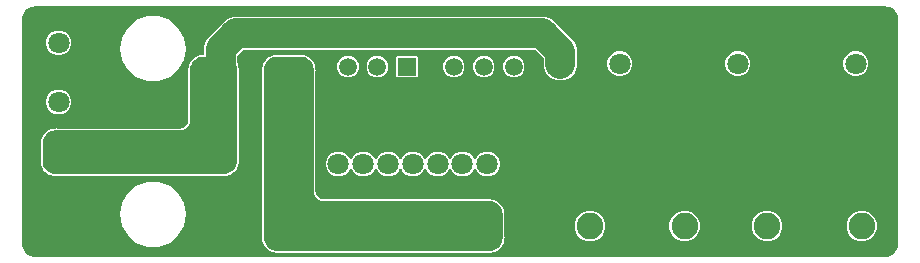
<source format=gbr>
G04 EAGLE Gerber RS-274X export*
G75*
%MOMM*%
%FSLAX34Y34*%
%LPD*%
%INBottom Copper*%
%IPPOS*%
%AMOC8*
5,1,8,0,0,1.08239X$1,22.5*%
G01*
%ADD10R,1.800000X1.800000*%
%ADD11C,1.800000*%
%ADD12C,2.250000*%
%ADD13R,1.508000X1.508000*%
%ADD14C,1.508000*%
%ADD15C,2.500000*%

G36*
X735046Y-105993D02*
X735046Y-105993D01*
X735087Y-105995D01*
X736824Y-105844D01*
X736918Y-105822D01*
X736995Y-105813D01*
X738679Y-105362D01*
X738768Y-105324D01*
X738843Y-105303D01*
X740422Y-104566D01*
X740503Y-104513D01*
X740573Y-104479D01*
X742001Y-103479D01*
X742072Y-103413D01*
X742134Y-103367D01*
X743367Y-102134D01*
X743425Y-102057D01*
X743479Y-102001D01*
X744479Y-100573D01*
X744518Y-100495D01*
X744563Y-100428D01*
X744563Y-100427D01*
X744566Y-100422D01*
X745303Y-98843D01*
X745331Y-98750D01*
X745362Y-98679D01*
X745813Y-96995D01*
X745825Y-96899D01*
X745844Y-96824D01*
X745995Y-95087D01*
X745993Y-95041D01*
X745999Y-95000D01*
X745999Y95000D01*
X745993Y95046D01*
X745995Y95087D01*
X745844Y96824D01*
X745822Y96918D01*
X745813Y96995D01*
X745362Y98679D01*
X745324Y98768D01*
X745303Y98843D01*
X744566Y100422D01*
X744513Y100503D01*
X744479Y100573D01*
X743479Y102001D01*
X743413Y102072D01*
X743367Y102134D01*
X742134Y103367D01*
X742057Y103425D01*
X742001Y103479D01*
X740573Y104479D01*
X740487Y104523D01*
X740422Y104566D01*
X738843Y105303D01*
X738750Y105331D01*
X738679Y105362D01*
X736995Y105813D01*
X736899Y105825D01*
X736824Y105844D01*
X735087Y105995D01*
X735041Y105993D01*
X735000Y105999D01*
X15000Y105999D01*
X14954Y105993D01*
X14913Y105995D01*
X13176Y105844D01*
X13082Y105822D01*
X13005Y105813D01*
X11321Y105362D01*
X11232Y105324D01*
X11158Y105303D01*
X9578Y104566D01*
X9497Y104513D01*
X9427Y104479D01*
X7999Y103479D01*
X7928Y103413D01*
X7866Y103367D01*
X6633Y102134D01*
X6575Y102057D01*
X6521Y102001D01*
X5521Y100573D01*
X5477Y100487D01*
X5434Y100422D01*
X5363Y100270D01*
X4897Y99271D01*
X4697Y98843D01*
X4669Y98750D01*
X4638Y98679D01*
X4187Y96995D01*
X4175Y96899D01*
X4157Y96824D01*
X4005Y95087D01*
X4007Y95041D01*
X4001Y95000D01*
X4001Y-95000D01*
X4007Y-95046D01*
X4005Y-95087D01*
X4157Y-96824D01*
X4178Y-96918D01*
X4187Y-96995D01*
X4638Y-98679D01*
X4676Y-98768D01*
X4697Y-98843D01*
X5434Y-100422D01*
X5487Y-100503D01*
X5521Y-100573D01*
X6521Y-102001D01*
X6587Y-102072D01*
X6633Y-102134D01*
X7866Y-103367D01*
X7943Y-103425D01*
X7999Y-103479D01*
X9427Y-104479D01*
X9513Y-104523D01*
X9578Y-104566D01*
X11158Y-105303D01*
X11250Y-105331D01*
X11321Y-105362D01*
X13005Y-105813D01*
X13101Y-105825D01*
X13176Y-105844D01*
X14913Y-105995D01*
X14959Y-105993D01*
X15000Y-105999D01*
X735000Y-105999D01*
X735046Y-105993D01*
G37*
%LPC*%
G36*
X32433Y-37529D02*
X32433Y-37529D01*
X32387Y-37531D01*
X32346Y-37525D01*
X31445Y-37525D01*
X31339Y-37540D01*
X31233Y-37548D01*
X31202Y-37559D01*
X31165Y-37565D01*
X31159Y-37568D01*
X30408Y-37367D01*
X30312Y-37355D01*
X30236Y-37336D01*
X29308Y-37255D01*
X29268Y-37236D01*
X29237Y-37231D01*
X29208Y-37219D01*
X29143Y-37212D01*
X28292Y-36815D01*
X28200Y-36787D01*
X28128Y-36756D01*
X27229Y-36515D01*
X27192Y-36489D01*
X27162Y-36478D01*
X27135Y-36461D01*
X27073Y-36444D01*
X26304Y-35905D01*
X26218Y-35861D01*
X26154Y-35818D01*
X25309Y-35424D01*
X25278Y-35392D01*
X25250Y-35377D01*
X25227Y-35356D01*
X25169Y-35327D01*
X24505Y-34664D01*
X24428Y-34606D01*
X24371Y-34552D01*
X23608Y-34017D01*
X23583Y-33981D01*
X23558Y-33960D01*
X23539Y-33935D01*
X23487Y-33897D01*
X22948Y-33129D01*
X22882Y-33058D01*
X22836Y-32995D01*
X22177Y-32336D01*
X22159Y-32295D01*
X22138Y-32271D01*
X22124Y-32244D01*
X22079Y-32197D01*
X21682Y-31346D01*
X21629Y-31265D01*
X21595Y-31196D01*
X21060Y-30432D01*
X21049Y-30389D01*
X21033Y-30362D01*
X21023Y-30332D01*
X20987Y-30278D01*
X20744Y-29371D01*
X20706Y-29283D01*
X20685Y-29208D01*
X20291Y-28363D01*
X20287Y-28318D01*
X20276Y-28289D01*
X20272Y-28258D01*
X20246Y-28199D01*
X20164Y-27264D01*
X20142Y-27169D01*
X20133Y-27092D01*
X19931Y-26337D01*
X19933Y-26328D01*
X19947Y-26293D01*
X19951Y-26245D01*
X19961Y-26213D01*
X19962Y-26140D01*
X19975Y-26055D01*
X19975Y-25154D01*
X19969Y-25108D01*
X19971Y-25067D01*
X19889Y-24123D01*
X19890Y-24120D01*
X19905Y-24069D01*
X19928Y-24022D01*
X19940Y-23944D01*
X19967Y-23849D01*
X19966Y-23777D01*
X19975Y-23717D01*
X19975Y-11283D01*
X19968Y-11230D01*
X19970Y-11178D01*
X19948Y-11091D01*
X19935Y-11003D01*
X19914Y-10955D01*
X19901Y-10904D01*
X19888Y-10883D01*
X19971Y-9933D01*
X19969Y-9887D01*
X19975Y-9846D01*
X19975Y-8945D01*
X19960Y-8839D01*
X19952Y-8733D01*
X19941Y-8702D01*
X19935Y-8665D01*
X19932Y-8659D01*
X20133Y-7908D01*
X20145Y-7812D01*
X20164Y-7736D01*
X20245Y-6808D01*
X20264Y-6768D01*
X20269Y-6737D01*
X20281Y-6708D01*
X20288Y-6643D01*
X20355Y-6498D01*
X20685Y-5792D01*
X20713Y-5700D01*
X20744Y-5629D01*
X20985Y-4728D01*
X21012Y-4692D01*
X21022Y-4662D01*
X21039Y-4636D01*
X21056Y-4573D01*
X21595Y-3804D01*
X21639Y-3718D01*
X21682Y-3654D01*
X21753Y-3501D01*
X21753Y-3500D01*
X22076Y-2809D01*
X22108Y-2778D01*
X22123Y-2750D01*
X22144Y-2727D01*
X22173Y-2669D01*
X22836Y-2005D01*
X22894Y-1928D01*
X22948Y-1871D01*
X23483Y-1108D01*
X23520Y-1083D01*
X23540Y-1058D01*
X23564Y-1039D01*
X23602Y-987D01*
X24371Y-448D01*
X24442Y-382D01*
X24505Y-336D01*
X25164Y323D01*
X25205Y341D01*
X25229Y362D01*
X25256Y376D01*
X25303Y421D01*
X26154Y818D01*
X26235Y871D01*
X26304Y905D01*
X27068Y1440D01*
X27111Y1451D01*
X27138Y1467D01*
X27168Y1477D01*
X27222Y1513D01*
X28128Y1756D01*
X28217Y1794D01*
X28292Y1815D01*
X29137Y2209D01*
X29182Y2213D01*
X29211Y2224D01*
X29242Y2228D01*
X29301Y2254D01*
X30236Y2336D01*
X30331Y2358D01*
X30408Y2367D01*
X31163Y2569D01*
X31172Y2567D01*
X31207Y2553D01*
X31354Y2539D01*
X31445Y2525D01*
X32346Y2525D01*
X32392Y2531D01*
X32433Y2529D01*
X33377Y2611D01*
X33380Y2610D01*
X33431Y2595D01*
X33478Y2572D01*
X33556Y2560D01*
X33651Y2533D01*
X33723Y2534D01*
X33783Y2525D01*
X137346Y2525D01*
X137392Y2531D01*
X137433Y2529D01*
X138709Y2640D01*
X138804Y2662D01*
X138881Y2670D01*
X139969Y2962D01*
X140058Y3000D01*
X140133Y3022D01*
X141154Y3498D01*
X141235Y3551D01*
X141304Y3585D01*
X142227Y4231D01*
X142298Y4297D01*
X142361Y4343D01*
X143157Y5139D01*
X143215Y5217D01*
X143269Y5273D01*
X143915Y6196D01*
X143959Y6282D01*
X144002Y6346D01*
X144070Y6492D01*
X144478Y7367D01*
X144507Y7460D01*
X144538Y7531D01*
X144830Y8619D01*
X144841Y8715D01*
X144842Y8717D01*
X144855Y8760D01*
X144855Y8771D01*
X144860Y8791D01*
X144971Y10067D01*
X144969Y10113D01*
X144975Y10154D01*
X144975Y51217D01*
X144968Y51270D01*
X144970Y51322D01*
X144948Y51409D01*
X144935Y51497D01*
X144914Y51545D01*
X144901Y51596D01*
X144888Y51617D01*
X144971Y52567D01*
X144969Y52613D01*
X144975Y52654D01*
X144975Y53555D01*
X144960Y53661D01*
X144952Y53767D01*
X144941Y53798D01*
X144935Y53835D01*
X144932Y53841D01*
X145133Y54592D01*
X145144Y54680D01*
X145158Y54726D01*
X145158Y54742D01*
X145164Y54764D01*
X145245Y55692D01*
X145264Y55732D01*
X145269Y55763D01*
X145281Y55792D01*
X145288Y55857D01*
X145566Y56455D01*
X145567Y56455D01*
X145685Y56708D01*
X145713Y56800D01*
X145744Y56872D01*
X145985Y57772D01*
X146012Y57808D01*
X146022Y57838D01*
X146039Y57864D01*
X146056Y57927D01*
X146595Y58696D01*
X146639Y58782D01*
X146682Y58846D01*
X146964Y59452D01*
X146965Y59453D01*
X147076Y59691D01*
X147108Y59722D01*
X147123Y59750D01*
X147144Y59773D01*
X147173Y59831D01*
X147836Y60495D01*
X147894Y60572D01*
X147948Y60629D01*
X148483Y61392D01*
X148520Y61417D01*
X148540Y61442D01*
X148565Y61461D01*
X148603Y61513D01*
X149371Y62052D01*
X149442Y62118D01*
X149505Y62164D01*
X150164Y62823D01*
X150205Y62841D01*
X150229Y62862D01*
X150256Y62876D01*
X150303Y62921D01*
X151154Y63318D01*
X151235Y63371D01*
X151304Y63405D01*
X152068Y63940D01*
X152111Y63951D01*
X152138Y63967D01*
X152168Y63977D01*
X152222Y64013D01*
X153128Y64256D01*
X153217Y64294D01*
X153292Y64315D01*
X154137Y64709D01*
X154182Y64713D01*
X154211Y64724D01*
X154242Y64728D01*
X154301Y64754D01*
X155236Y64836D01*
X155331Y64858D01*
X155408Y64867D01*
X156163Y65069D01*
X156172Y65067D01*
X156207Y65053D01*
X156354Y65039D01*
X156445Y65025D01*
X157346Y65025D01*
X157392Y65031D01*
X157433Y65029D01*
X157563Y65040D01*
X157583Y65045D01*
X157604Y65044D01*
X157720Y65076D01*
X157838Y65104D01*
X157856Y65114D01*
X157876Y65119D01*
X157978Y65183D01*
X158084Y65242D01*
X158098Y65257D01*
X158116Y65268D01*
X158196Y65357D01*
X158281Y65443D01*
X158291Y65462D01*
X158305Y65477D01*
X158357Y65585D01*
X158414Y65692D01*
X158419Y65712D01*
X158428Y65731D01*
X158442Y65821D01*
X158473Y65968D01*
X158470Y66004D01*
X158475Y66035D01*
X158475Y72790D01*
X160610Y77944D01*
X177580Y94914D01*
X182734Y97049D01*
X447266Y97049D01*
X452420Y94914D01*
X471890Y75444D01*
X474025Y70290D01*
X474025Y54710D01*
X471890Y49556D01*
X467944Y45610D01*
X462790Y43475D01*
X457210Y43475D01*
X452056Y45610D01*
X448110Y49556D01*
X445975Y54710D01*
X445975Y61277D01*
X445962Y61372D01*
X445957Y61468D01*
X445942Y61511D01*
X445935Y61556D01*
X445896Y61644D01*
X445864Y61734D01*
X445839Y61769D01*
X445819Y61813D01*
X445736Y61910D01*
X445683Y61983D01*
X438959Y68707D01*
X438883Y68764D01*
X438811Y68829D01*
X438770Y68849D01*
X438734Y68876D01*
X438644Y68910D01*
X438557Y68952D01*
X438515Y68958D01*
X438470Y68975D01*
X438342Y68985D01*
X438253Y68999D01*
X191747Y68999D01*
X191652Y68986D01*
X191556Y68981D01*
X191513Y68966D01*
X191468Y68959D01*
X191380Y68920D01*
X191290Y68888D01*
X191255Y68863D01*
X191211Y68843D01*
X191114Y68760D01*
X191041Y68707D01*
X186817Y64483D01*
X186760Y64407D01*
X186695Y64335D01*
X186675Y64294D01*
X186648Y64258D01*
X186614Y64168D01*
X186572Y64081D01*
X186566Y64039D01*
X186549Y63994D01*
X186539Y63866D01*
X186525Y63777D01*
X186525Y57866D01*
X186534Y57803D01*
X186533Y57750D01*
X186550Y57688D01*
X186550Y57687D01*
X186559Y57607D01*
X186756Y56871D01*
X186794Y56782D01*
X186815Y56708D01*
X187209Y55863D01*
X187213Y55818D01*
X187224Y55789D01*
X187228Y55758D01*
X187254Y55699D01*
X187336Y54764D01*
X187338Y54755D01*
X187338Y54752D01*
X187343Y54733D01*
X187358Y54669D01*
X187367Y54592D01*
X187569Y53837D01*
X187567Y53828D01*
X187553Y53793D01*
X187539Y53646D01*
X187525Y53555D01*
X187525Y52654D01*
X187531Y52608D01*
X187529Y52567D01*
X187611Y51623D01*
X187610Y51620D01*
X187595Y51569D01*
X187572Y51522D01*
X187560Y51444D01*
X187533Y51349D01*
X187534Y51277D01*
X187525Y51217D01*
X187525Y-23717D01*
X187532Y-23770D01*
X187530Y-23822D01*
X187552Y-23909D01*
X187565Y-23997D01*
X187586Y-24045D01*
X187599Y-24096D01*
X187612Y-24117D01*
X187529Y-25067D01*
X187531Y-25113D01*
X187525Y-25154D01*
X187525Y-26055D01*
X187536Y-26134D01*
X187535Y-26187D01*
X187544Y-26219D01*
X187548Y-26267D01*
X187559Y-26298D01*
X187565Y-26335D01*
X187568Y-26341D01*
X187367Y-27092D01*
X187355Y-27188D01*
X187336Y-27264D01*
X187255Y-28192D01*
X187236Y-28232D01*
X187231Y-28263D01*
X187219Y-28292D01*
X187212Y-28357D01*
X187083Y-28633D01*
X186815Y-29208D01*
X186787Y-29300D01*
X186756Y-29372D01*
X186515Y-30272D01*
X186488Y-30308D01*
X186478Y-30338D01*
X186461Y-30364D01*
X186444Y-30427D01*
X185905Y-31196D01*
X185861Y-31282D01*
X185818Y-31346D01*
X185686Y-31631D01*
X185685Y-31631D01*
X185424Y-32191D01*
X185392Y-32222D01*
X185377Y-32250D01*
X185356Y-32273D01*
X185327Y-32331D01*
X184664Y-32995D01*
X184606Y-33072D01*
X184552Y-33129D01*
X184017Y-33892D01*
X183980Y-33917D01*
X183960Y-33942D01*
X183936Y-33961D01*
X183898Y-34013D01*
X183129Y-34552D01*
X183058Y-34618D01*
X182995Y-34664D01*
X182336Y-35323D01*
X182295Y-35341D01*
X182271Y-35362D01*
X182244Y-35376D01*
X182197Y-35421D01*
X181346Y-35818D01*
X181265Y-35871D01*
X181196Y-35905D01*
X180432Y-36440D01*
X180389Y-36451D01*
X180362Y-36467D01*
X180332Y-36477D01*
X180278Y-36513D01*
X179372Y-36756D01*
X179283Y-36794D01*
X179208Y-36815D01*
X178363Y-37209D01*
X178318Y-37213D01*
X178289Y-37224D01*
X178258Y-37228D01*
X178199Y-37254D01*
X177264Y-37336D01*
X177169Y-37358D01*
X177092Y-37367D01*
X176337Y-37569D01*
X176328Y-37567D01*
X176293Y-37553D01*
X176146Y-37539D01*
X176055Y-37525D01*
X175154Y-37525D01*
X175108Y-37531D01*
X175067Y-37529D01*
X174123Y-37611D01*
X174120Y-37610D01*
X174069Y-37595D01*
X174022Y-37572D01*
X173944Y-37560D01*
X173849Y-37533D01*
X173777Y-37534D01*
X173717Y-37525D01*
X33783Y-37525D01*
X33730Y-37532D01*
X33678Y-37530D01*
X33591Y-37552D01*
X33503Y-37565D01*
X33455Y-37586D01*
X33404Y-37599D01*
X33383Y-37612D01*
X32433Y-37529D01*
G37*
%LPD*%
%LPC*%
G36*
X219933Y-102529D02*
X219933Y-102529D01*
X219887Y-102531D01*
X219846Y-102525D01*
X218945Y-102525D01*
X218839Y-102540D01*
X218733Y-102547D01*
X218702Y-102559D01*
X218665Y-102565D01*
X218659Y-102568D01*
X217908Y-102367D01*
X217812Y-102355D01*
X217736Y-102336D01*
X216808Y-102255D01*
X216768Y-102236D01*
X216737Y-102231D01*
X216708Y-102219D01*
X216643Y-102212D01*
X215792Y-101815D01*
X215700Y-101787D01*
X215629Y-101756D01*
X214728Y-101515D01*
X214692Y-101488D01*
X214662Y-101478D01*
X214636Y-101461D01*
X214573Y-101444D01*
X213804Y-100905D01*
X213718Y-100861D01*
X213654Y-100818D01*
X212809Y-100424D01*
X212778Y-100392D01*
X212750Y-100377D01*
X212727Y-100356D01*
X212669Y-100327D01*
X212005Y-99664D01*
X211928Y-99606D01*
X211871Y-99552D01*
X211108Y-99017D01*
X211083Y-98980D01*
X211058Y-98960D01*
X211039Y-98936D01*
X210987Y-98898D01*
X210448Y-98129D01*
X210382Y-98058D01*
X210336Y-97995D01*
X209677Y-97336D01*
X209659Y-97295D01*
X209638Y-97271D01*
X209624Y-97244D01*
X209579Y-97197D01*
X209182Y-96346D01*
X209129Y-96265D01*
X209095Y-96196D01*
X208560Y-95432D01*
X208549Y-95389D01*
X208533Y-95362D01*
X208523Y-95332D01*
X208487Y-95278D01*
X208244Y-94372D01*
X208206Y-94283D01*
X208185Y-94208D01*
X207791Y-93363D01*
X207787Y-93318D01*
X207776Y-93289D01*
X207772Y-93258D01*
X207746Y-93199D01*
X207664Y-92264D01*
X207642Y-92169D01*
X207633Y-92092D01*
X207431Y-91337D01*
X207433Y-91328D01*
X207447Y-91293D01*
X207457Y-91184D01*
X207463Y-91165D01*
X207464Y-91129D01*
X207475Y-91055D01*
X207475Y-90154D01*
X207469Y-90108D01*
X207471Y-90067D01*
X207389Y-89123D01*
X207390Y-89120D01*
X207405Y-89069D01*
X207428Y-89022D01*
X207440Y-88944D01*
X207467Y-88849D01*
X207466Y-88777D01*
X207475Y-88717D01*
X207475Y51217D01*
X207468Y51270D01*
X207470Y51322D01*
X207448Y51409D01*
X207435Y51497D01*
X207414Y51545D01*
X207401Y51596D01*
X207388Y51617D01*
X207471Y52567D01*
X207469Y52613D01*
X207475Y52654D01*
X207475Y53555D01*
X207460Y53661D01*
X207452Y53767D01*
X207441Y53798D01*
X207435Y53835D01*
X207432Y53841D01*
X207633Y54592D01*
X207644Y54680D01*
X207658Y54726D01*
X207658Y54742D01*
X207664Y54764D01*
X207745Y55692D01*
X207764Y55732D01*
X207769Y55763D01*
X207781Y55792D01*
X207788Y55857D01*
X208066Y56455D01*
X208067Y56455D01*
X208185Y56708D01*
X208213Y56800D01*
X208244Y56872D01*
X208485Y57772D01*
X208512Y57808D01*
X208522Y57838D01*
X208539Y57864D01*
X208556Y57927D01*
X209095Y58696D01*
X209139Y58782D01*
X209182Y58846D01*
X209464Y59452D01*
X209465Y59453D01*
X209576Y59691D01*
X209608Y59722D01*
X209623Y59750D01*
X209644Y59773D01*
X209673Y59831D01*
X210336Y60495D01*
X210394Y60572D01*
X210448Y60629D01*
X210983Y61392D01*
X211020Y61417D01*
X211040Y61442D01*
X211064Y61461D01*
X211102Y61513D01*
X211871Y62052D01*
X211942Y62118D01*
X212005Y62164D01*
X212664Y62823D01*
X212705Y62841D01*
X212729Y62862D01*
X212756Y62876D01*
X212803Y62921D01*
X213654Y63318D01*
X213735Y63371D01*
X213804Y63405D01*
X214568Y63940D01*
X214611Y63951D01*
X214638Y63967D01*
X214668Y63977D01*
X214722Y64013D01*
X215628Y64256D01*
X215717Y64294D01*
X215792Y64315D01*
X216637Y64709D01*
X216682Y64713D01*
X216711Y64724D01*
X216742Y64728D01*
X216801Y64754D01*
X217736Y64836D01*
X217831Y64858D01*
X217908Y64867D01*
X218663Y65069D01*
X218672Y65067D01*
X218707Y65053D01*
X218854Y65039D01*
X218945Y65025D01*
X219846Y65025D01*
X219892Y65031D01*
X219933Y65029D01*
X220877Y65111D01*
X220880Y65110D01*
X220931Y65095D01*
X220978Y65072D01*
X221056Y65060D01*
X221151Y65033D01*
X221223Y65034D01*
X221283Y65025D01*
X238717Y65025D01*
X238770Y65032D01*
X238822Y65030D01*
X238909Y65052D01*
X238997Y65065D01*
X239045Y65086D01*
X239096Y65099D01*
X239117Y65112D01*
X240067Y65029D01*
X240113Y65031D01*
X240154Y65025D01*
X241055Y65025D01*
X241161Y65040D01*
X241267Y65048D01*
X241298Y65059D01*
X241335Y65065D01*
X241341Y65068D01*
X242092Y64867D01*
X242188Y64855D01*
X242264Y64836D01*
X243192Y64755D01*
X243232Y64736D01*
X243263Y64731D01*
X243292Y64719D01*
X243357Y64712D01*
X244208Y64315D01*
X244300Y64287D01*
X244372Y64256D01*
X245271Y64015D01*
X245308Y63989D01*
X245338Y63978D01*
X245365Y63961D01*
X245427Y63944D01*
X246196Y63405D01*
X246282Y63361D01*
X246346Y63318D01*
X247191Y62924D01*
X247222Y62892D01*
X247250Y62877D01*
X247273Y62856D01*
X247331Y62827D01*
X247995Y62164D01*
X248072Y62106D01*
X248129Y62052D01*
X248892Y61517D01*
X248917Y61481D01*
X248942Y61460D01*
X248961Y61435D01*
X249013Y61397D01*
X249552Y60629D01*
X249618Y60558D01*
X249664Y60495D01*
X250323Y59836D01*
X250341Y59795D01*
X250362Y59771D01*
X250376Y59744D01*
X250421Y59697D01*
X250818Y58846D01*
X250871Y58765D01*
X250905Y58696D01*
X251440Y57932D01*
X251451Y57889D01*
X251467Y57862D01*
X251477Y57832D01*
X251513Y57778D01*
X251756Y56872D01*
X251794Y56783D01*
X251815Y56708D01*
X252209Y55863D01*
X252213Y55818D01*
X252224Y55789D01*
X252228Y55758D01*
X252254Y55699D01*
X252336Y54764D01*
X252338Y54755D01*
X252338Y54752D01*
X252343Y54734D01*
X252358Y54669D01*
X252367Y54592D01*
X252569Y53837D01*
X252567Y53828D01*
X252553Y53793D01*
X252539Y53646D01*
X252525Y53555D01*
X252525Y52654D01*
X252531Y52608D01*
X252529Y52567D01*
X252611Y51623D01*
X252610Y51620D01*
X252595Y51569D01*
X252572Y51522D01*
X252560Y51444D01*
X252533Y51349D01*
X252534Y51277D01*
X252525Y51217D01*
X252525Y-49846D01*
X252531Y-49892D01*
X252529Y-49933D01*
X252640Y-51209D01*
X252662Y-51304D01*
X252670Y-51381D01*
X252962Y-52469D01*
X253000Y-52558D01*
X253022Y-52633D01*
X253498Y-53654D01*
X253551Y-53735D01*
X253585Y-53804D01*
X254231Y-54727D01*
X254297Y-54798D01*
X254343Y-54861D01*
X255139Y-55657D01*
X255217Y-55715D01*
X255273Y-55769D01*
X256196Y-56415D01*
X256282Y-56459D01*
X256346Y-56502D01*
X257367Y-56978D01*
X257460Y-57007D01*
X257531Y-57038D01*
X258619Y-57330D01*
X258715Y-57341D01*
X258791Y-57360D01*
X260067Y-57471D01*
X260113Y-57469D01*
X260154Y-57475D01*
X398717Y-57475D01*
X398770Y-57468D01*
X398822Y-57470D01*
X398909Y-57448D01*
X398997Y-57435D01*
X399045Y-57414D01*
X399096Y-57401D01*
X399117Y-57388D01*
X400067Y-57471D01*
X400113Y-57469D01*
X400154Y-57475D01*
X401055Y-57475D01*
X401161Y-57460D01*
X401267Y-57452D01*
X401298Y-57441D01*
X401335Y-57435D01*
X401341Y-57432D01*
X402092Y-57633D01*
X402188Y-57645D01*
X402264Y-57664D01*
X403192Y-57745D01*
X403232Y-57764D01*
X403263Y-57769D01*
X403292Y-57781D01*
X403357Y-57788D01*
X404208Y-58185D01*
X404300Y-58213D01*
X404372Y-58244D01*
X405272Y-58485D01*
X405308Y-58512D01*
X405338Y-58522D01*
X405364Y-58539D01*
X405427Y-58556D01*
X406196Y-59095D01*
X406282Y-59139D01*
X406346Y-59182D01*
X407191Y-59576D01*
X407222Y-59608D01*
X407250Y-59623D01*
X407273Y-59644D01*
X407331Y-59673D01*
X407995Y-60336D01*
X408072Y-60394D01*
X408129Y-60448D01*
X408892Y-60983D01*
X408917Y-61020D01*
X408942Y-61040D01*
X408961Y-61064D01*
X409013Y-61102D01*
X409552Y-61871D01*
X409618Y-61942D01*
X409664Y-62005D01*
X410323Y-62664D01*
X410341Y-62705D01*
X410362Y-62729D01*
X410376Y-62756D01*
X410421Y-62803D01*
X410818Y-63654D01*
X410871Y-63735D01*
X410905Y-63804D01*
X411440Y-64568D01*
X411451Y-64611D01*
X411467Y-64638D01*
X411477Y-64668D01*
X411513Y-64722D01*
X411756Y-65628D01*
X411794Y-65717D01*
X411815Y-65792D01*
X412209Y-66637D01*
X412213Y-66682D01*
X412224Y-66711D01*
X412228Y-66742D01*
X412254Y-66801D01*
X412336Y-67736D01*
X412358Y-67831D01*
X412367Y-67908D01*
X412569Y-68663D01*
X412567Y-68672D01*
X412553Y-68707D01*
X412539Y-68854D01*
X412525Y-68945D01*
X412525Y-69846D01*
X412531Y-69892D01*
X412529Y-69933D01*
X412611Y-70877D01*
X412610Y-70880D01*
X412595Y-70931D01*
X412572Y-70978D01*
X412560Y-71056D01*
X412533Y-71151D01*
X412534Y-71223D01*
X412525Y-71283D01*
X412525Y-88717D01*
X412532Y-88770D01*
X412530Y-88822D01*
X412552Y-88909D01*
X412565Y-88997D01*
X412586Y-89045D01*
X412599Y-89096D01*
X412612Y-89117D01*
X412529Y-90067D01*
X412531Y-90113D01*
X412525Y-90154D01*
X412525Y-91055D01*
X412533Y-91115D01*
X412533Y-91138D01*
X412540Y-91164D01*
X412548Y-91267D01*
X412559Y-91298D01*
X412565Y-91335D01*
X412568Y-91341D01*
X412367Y-92092D01*
X412355Y-92188D01*
X412336Y-92264D01*
X412255Y-93192D01*
X412236Y-93232D01*
X412231Y-93263D01*
X412219Y-93292D01*
X412212Y-93357D01*
X412106Y-93584D01*
X412106Y-93585D01*
X411815Y-94208D01*
X411787Y-94300D01*
X411756Y-94372D01*
X411515Y-95272D01*
X411488Y-95308D01*
X411478Y-95338D01*
X411461Y-95364D01*
X411444Y-95427D01*
X410905Y-96196D01*
X410861Y-96282D01*
X410818Y-96346D01*
X410708Y-96582D01*
X410424Y-97191D01*
X410392Y-97222D01*
X410377Y-97250D01*
X410356Y-97273D01*
X410327Y-97331D01*
X409664Y-97995D01*
X409606Y-98072D01*
X409552Y-98129D01*
X409017Y-98892D01*
X408980Y-98917D01*
X408960Y-98942D01*
X408936Y-98961D01*
X408898Y-99013D01*
X408129Y-99552D01*
X408058Y-99618D01*
X407995Y-99664D01*
X407336Y-100323D01*
X407295Y-100341D01*
X407271Y-100362D01*
X407244Y-100376D01*
X407197Y-100421D01*
X406346Y-100818D01*
X406265Y-100871D01*
X406196Y-100905D01*
X405432Y-101440D01*
X405389Y-101451D01*
X405362Y-101467D01*
X405332Y-101477D01*
X405278Y-101513D01*
X404372Y-101756D01*
X404283Y-101794D01*
X404208Y-101815D01*
X403363Y-102209D01*
X403318Y-102213D01*
X403289Y-102224D01*
X403258Y-102228D01*
X403199Y-102254D01*
X402264Y-102336D01*
X402169Y-102358D01*
X402092Y-102367D01*
X401337Y-102569D01*
X401328Y-102567D01*
X401293Y-102553D01*
X401146Y-102539D01*
X401055Y-102525D01*
X400154Y-102525D01*
X400108Y-102531D01*
X400067Y-102529D01*
X399123Y-102611D01*
X399120Y-102610D01*
X399069Y-102595D01*
X399022Y-102572D01*
X398944Y-102560D01*
X398849Y-102533D01*
X398777Y-102534D01*
X398717Y-102525D01*
X221283Y-102525D01*
X221230Y-102532D01*
X221178Y-102530D01*
X221091Y-102552D01*
X221003Y-102565D01*
X220955Y-102586D01*
X220904Y-102599D01*
X220883Y-102612D01*
X219933Y-102529D01*
G37*
%LPD*%
G36*
X400046Y-100993D02*
X400046Y-100993D01*
X400087Y-100995D01*
X401824Y-100844D01*
X401918Y-100822D01*
X401995Y-100813D01*
X403679Y-100362D01*
X403768Y-100324D01*
X403843Y-100303D01*
X405422Y-99566D01*
X405503Y-99513D01*
X405573Y-99479D01*
X407001Y-98479D01*
X407072Y-98413D01*
X407134Y-98367D01*
X408367Y-97134D01*
X408425Y-97057D01*
X408479Y-97001D01*
X409479Y-95573D01*
X409518Y-95495D01*
X409563Y-95428D01*
X409563Y-95427D01*
X409566Y-95422D01*
X410303Y-93843D01*
X410331Y-93750D01*
X410362Y-93679D01*
X410813Y-91995D01*
X410825Y-91899D01*
X410844Y-91824D01*
X410995Y-90087D01*
X410993Y-90041D01*
X410999Y-90000D01*
X410999Y-70000D01*
X410993Y-69954D01*
X410995Y-69913D01*
X410844Y-68176D01*
X410822Y-68082D01*
X410813Y-68005D01*
X410362Y-66321D01*
X410324Y-66232D01*
X410303Y-66158D01*
X409566Y-64578D01*
X409513Y-64497D01*
X409479Y-64427D01*
X408479Y-62999D01*
X408413Y-62928D01*
X408367Y-62866D01*
X407134Y-61633D01*
X407057Y-61575D01*
X407001Y-61521D01*
X405573Y-60521D01*
X405487Y-60477D01*
X405422Y-60434D01*
X403843Y-59697D01*
X403750Y-59669D01*
X403679Y-59638D01*
X401995Y-59187D01*
X401899Y-59175D01*
X401824Y-59157D01*
X400087Y-59005D01*
X400041Y-59007D01*
X400000Y-59001D01*
X260044Y-59001D01*
X258438Y-58860D01*
X256923Y-58454D01*
X255502Y-57792D01*
X254217Y-56892D01*
X253108Y-55783D01*
X252208Y-54498D01*
X251546Y-53077D01*
X251140Y-51562D01*
X250999Y-49956D01*
X250999Y52500D01*
X250993Y52546D01*
X250995Y52587D01*
X250844Y54324D01*
X250822Y54418D01*
X250813Y54495D01*
X250362Y56179D01*
X250332Y56250D01*
X250323Y56283D01*
X250317Y56291D01*
X250303Y56343D01*
X249566Y57922D01*
X249513Y58003D01*
X249479Y58073D01*
X248479Y59501D01*
X248462Y59520D01*
X248461Y59520D01*
X248459Y59522D01*
X248413Y59572D01*
X248367Y59634D01*
X247134Y60867D01*
X247057Y60925D01*
X247001Y60979D01*
X245573Y61979D01*
X245487Y62023D01*
X245422Y62066D01*
X243843Y62803D01*
X243786Y62820D01*
X243764Y62830D01*
X243744Y62833D01*
X243679Y62862D01*
X241995Y63313D01*
X241899Y63325D01*
X241824Y63344D01*
X240087Y63495D01*
X240041Y63493D01*
X240000Y63499D01*
X220000Y63499D01*
X219954Y63493D01*
X219913Y63495D01*
X218176Y63344D01*
X218082Y63322D01*
X218005Y63313D01*
X216321Y62862D01*
X216266Y62839D01*
X216261Y62838D01*
X216228Y62823D01*
X216158Y62803D01*
X214578Y62066D01*
X214497Y62013D01*
X214427Y61979D01*
X212999Y60979D01*
X212928Y60913D01*
X212866Y60867D01*
X211633Y59634D01*
X211575Y59557D01*
X211573Y59555D01*
X211556Y59541D01*
X211550Y59531D01*
X211521Y59501D01*
X210521Y58073D01*
X210477Y57987D01*
X210434Y57922D01*
X210147Y57306D01*
X209697Y56343D01*
X209669Y56250D01*
X209638Y56179D01*
X209187Y54495D01*
X209175Y54399D01*
X209157Y54324D01*
X209005Y52587D01*
X209007Y52541D01*
X209001Y52500D01*
X209001Y-90000D01*
X209007Y-90046D01*
X209005Y-90087D01*
X209157Y-91824D01*
X209178Y-91918D01*
X209187Y-91995D01*
X209638Y-93679D01*
X209676Y-93768D01*
X209697Y-93843D01*
X210434Y-95422D01*
X210487Y-95503D01*
X210521Y-95573D01*
X211521Y-97001D01*
X211587Y-97072D01*
X211633Y-97134D01*
X212866Y-98367D01*
X212943Y-98425D01*
X212999Y-98479D01*
X214427Y-99479D01*
X214513Y-99523D01*
X214578Y-99566D01*
X216158Y-100303D01*
X216250Y-100331D01*
X216321Y-100362D01*
X218005Y-100813D01*
X218101Y-100825D01*
X218176Y-100844D01*
X219913Y-100995D01*
X219959Y-100993D01*
X220000Y-100999D01*
X400000Y-100999D01*
X400046Y-100993D01*
G37*
G36*
X175046Y-35993D02*
X175046Y-35993D01*
X175087Y-35995D01*
X176824Y-35844D01*
X176918Y-35822D01*
X176995Y-35813D01*
X178679Y-35362D01*
X178768Y-35324D01*
X178843Y-35303D01*
X180422Y-34566D01*
X180503Y-34513D01*
X180573Y-34479D01*
X182001Y-33479D01*
X182072Y-33413D01*
X182134Y-33367D01*
X183367Y-32134D01*
X183425Y-32057D01*
X183479Y-32001D01*
X184479Y-30573D01*
X184518Y-30495D01*
X184563Y-30428D01*
X184563Y-30427D01*
X184566Y-30422D01*
X185303Y-28843D01*
X185331Y-28750D01*
X185362Y-28679D01*
X185813Y-26995D01*
X185825Y-26899D01*
X185844Y-26824D01*
X185995Y-25087D01*
X185993Y-25041D01*
X185999Y-25000D01*
X185999Y52500D01*
X185993Y52546D01*
X185995Y52587D01*
X185844Y54324D01*
X185822Y54418D01*
X185813Y54495D01*
X185362Y56179D01*
X185326Y56262D01*
X185307Y56331D01*
X185304Y56336D01*
X185303Y56343D01*
X184566Y57922D01*
X184513Y58003D01*
X184479Y58073D01*
X183479Y59501D01*
X183448Y59534D01*
X183427Y59569D01*
X183392Y59601D01*
X183367Y59634D01*
X182134Y60867D01*
X182057Y60925D01*
X182001Y60979D01*
X180573Y61979D01*
X180487Y62023D01*
X180422Y62066D01*
X178843Y62803D01*
X178750Y62831D01*
X178679Y62862D01*
X176995Y63313D01*
X176899Y63325D01*
X176824Y63344D01*
X175087Y63495D01*
X175041Y63493D01*
X175000Y63499D01*
X157500Y63499D01*
X157454Y63493D01*
X157413Y63495D01*
X155676Y63344D01*
X155582Y63322D01*
X155505Y63313D01*
X153821Y62862D01*
X153732Y62824D01*
X153658Y62803D01*
X152078Y62066D01*
X151997Y62013D01*
X151927Y61979D01*
X150499Y60979D01*
X150428Y60913D01*
X150366Y60867D01*
X149133Y59634D01*
X149114Y59609D01*
X149091Y59589D01*
X149058Y59540D01*
X149021Y59501D01*
X148021Y58073D01*
X147977Y57987D01*
X147934Y57922D01*
X147670Y57355D01*
X147669Y57355D01*
X147204Y56356D01*
X147203Y56355D01*
X147197Y56343D01*
X147169Y56250D01*
X147138Y56179D01*
X146687Y54495D01*
X146675Y54399D01*
X146657Y54324D01*
X146505Y52587D01*
X146507Y52541D01*
X146501Y52500D01*
X146501Y10044D01*
X146360Y8438D01*
X145954Y6923D01*
X145292Y5502D01*
X144392Y4217D01*
X143283Y3108D01*
X141998Y2208D01*
X140577Y1546D01*
X139062Y1140D01*
X137456Y999D01*
X32500Y999D01*
X32454Y993D01*
X32413Y995D01*
X30676Y844D01*
X30582Y822D01*
X30505Y813D01*
X28821Y362D01*
X28732Y324D01*
X28658Y303D01*
X27078Y-434D01*
X26997Y-487D01*
X26927Y-521D01*
X25499Y-1521D01*
X25428Y-1587D01*
X25366Y-1633D01*
X24133Y-2866D01*
X24075Y-2943D01*
X24021Y-2999D01*
X23021Y-4427D01*
X22977Y-4513D01*
X22934Y-4578D01*
X22924Y-4599D01*
X22458Y-5598D01*
X22197Y-6158D01*
X22169Y-6250D01*
X22138Y-6321D01*
X21687Y-8005D01*
X21675Y-8101D01*
X21657Y-8176D01*
X21505Y-9913D01*
X21507Y-9959D01*
X21501Y-10000D01*
X21501Y-25000D01*
X21507Y-25046D01*
X21505Y-25087D01*
X21657Y-26824D01*
X21678Y-26918D01*
X21687Y-26995D01*
X22138Y-28679D01*
X22176Y-28768D01*
X22197Y-28843D01*
X22934Y-30422D01*
X22987Y-30503D01*
X23021Y-30573D01*
X24021Y-32001D01*
X24087Y-32072D01*
X24133Y-32134D01*
X25366Y-33367D01*
X25443Y-33425D01*
X25499Y-33479D01*
X26927Y-34479D01*
X27013Y-34523D01*
X27078Y-34566D01*
X28658Y-35303D01*
X28750Y-35331D01*
X28821Y-35362D01*
X30505Y-35813D01*
X30601Y-35825D01*
X30676Y-35844D01*
X32413Y-35995D01*
X32459Y-35993D01*
X32500Y-35999D01*
X175000Y-35999D01*
X175046Y-35993D01*
G37*
%LPC*%
G36*
X269907Y-38025D02*
X269907Y-38025D01*
X266038Y-36422D01*
X263078Y-33462D01*
X261475Y-29594D01*
X261475Y-25407D01*
X263078Y-21538D01*
X266038Y-18578D01*
X269907Y-16975D01*
X274093Y-16975D01*
X277962Y-18578D01*
X280922Y-21538D01*
X281577Y-23118D01*
X281593Y-23146D01*
X281603Y-23176D01*
X281665Y-23267D01*
X281720Y-23361D01*
X281744Y-23383D01*
X281762Y-23409D01*
X281847Y-23479D01*
X281926Y-23554D01*
X281955Y-23568D01*
X281980Y-23589D01*
X282080Y-23632D01*
X282178Y-23681D01*
X282209Y-23687D01*
X282239Y-23700D01*
X282347Y-23714D01*
X282455Y-23734D01*
X282487Y-23731D01*
X282519Y-23735D01*
X282627Y-23717D01*
X282735Y-23707D01*
X282765Y-23695D01*
X282797Y-23690D01*
X282896Y-23643D01*
X282997Y-23602D01*
X283023Y-23582D01*
X283052Y-23569D01*
X283134Y-23496D01*
X283220Y-23429D01*
X283239Y-23403D01*
X283263Y-23381D01*
X283310Y-23304D01*
X283385Y-23200D01*
X283401Y-23154D01*
X283423Y-23118D01*
X284078Y-21538D01*
X287038Y-18578D01*
X290907Y-16975D01*
X295093Y-16975D01*
X298962Y-18578D01*
X301922Y-21538D01*
X302577Y-23118D01*
X302593Y-23146D01*
X302603Y-23176D01*
X302665Y-23267D01*
X302720Y-23361D01*
X302744Y-23383D01*
X302762Y-23409D01*
X302846Y-23479D01*
X302926Y-23554D01*
X302955Y-23568D01*
X302980Y-23589D01*
X303080Y-23632D01*
X303178Y-23681D01*
X303209Y-23687D01*
X303239Y-23700D01*
X303347Y-23714D01*
X303455Y-23734D01*
X303487Y-23731D01*
X303519Y-23735D01*
X303627Y-23717D01*
X303735Y-23707D01*
X303765Y-23695D01*
X303797Y-23690D01*
X303896Y-23643D01*
X303997Y-23602D01*
X304023Y-23582D01*
X304052Y-23569D01*
X304134Y-23496D01*
X304220Y-23429D01*
X304239Y-23403D01*
X304263Y-23381D01*
X304310Y-23304D01*
X304385Y-23200D01*
X304401Y-23154D01*
X304423Y-23118D01*
X305078Y-21538D01*
X308038Y-18578D01*
X311907Y-16975D01*
X316093Y-16975D01*
X319962Y-18578D01*
X322922Y-21538D01*
X323577Y-23118D01*
X323593Y-23146D01*
X323603Y-23176D01*
X323665Y-23267D01*
X323720Y-23361D01*
X323744Y-23383D01*
X323762Y-23409D01*
X323846Y-23479D01*
X323926Y-23554D01*
X323955Y-23568D01*
X323980Y-23589D01*
X324080Y-23632D01*
X324178Y-23681D01*
X324209Y-23687D01*
X324239Y-23700D01*
X324347Y-23714D01*
X324455Y-23734D01*
X324487Y-23731D01*
X324519Y-23735D01*
X324627Y-23717D01*
X324735Y-23707D01*
X324765Y-23695D01*
X324797Y-23690D01*
X324896Y-23643D01*
X324997Y-23602D01*
X325023Y-23582D01*
X325052Y-23569D01*
X325134Y-23496D01*
X325220Y-23429D01*
X325239Y-23403D01*
X325263Y-23381D01*
X325310Y-23304D01*
X325385Y-23200D01*
X325401Y-23154D01*
X325423Y-23118D01*
X326078Y-21538D01*
X329038Y-18578D01*
X332907Y-16975D01*
X337093Y-16975D01*
X340962Y-18578D01*
X343922Y-21538D01*
X344577Y-23118D01*
X344593Y-23146D01*
X344603Y-23176D01*
X344665Y-23267D01*
X344720Y-23361D01*
X344744Y-23383D01*
X344762Y-23409D01*
X344847Y-23479D01*
X344926Y-23554D01*
X344955Y-23568D01*
X344980Y-23589D01*
X345080Y-23632D01*
X345178Y-23681D01*
X345209Y-23687D01*
X345239Y-23700D01*
X345347Y-23714D01*
X345455Y-23734D01*
X345487Y-23731D01*
X345519Y-23735D01*
X345627Y-23717D01*
X345735Y-23707D01*
X345765Y-23695D01*
X345797Y-23690D01*
X345896Y-23643D01*
X345997Y-23602D01*
X346023Y-23582D01*
X346052Y-23569D01*
X346134Y-23496D01*
X346220Y-23429D01*
X346239Y-23403D01*
X346263Y-23381D01*
X346310Y-23304D01*
X346385Y-23200D01*
X346401Y-23154D01*
X346423Y-23118D01*
X347078Y-21538D01*
X350038Y-18578D01*
X353907Y-16975D01*
X358093Y-16975D01*
X361962Y-18578D01*
X364922Y-21538D01*
X365577Y-23118D01*
X365593Y-23146D01*
X365603Y-23176D01*
X365665Y-23267D01*
X365720Y-23361D01*
X365744Y-23383D01*
X365762Y-23409D01*
X365846Y-23479D01*
X365926Y-23554D01*
X365955Y-23568D01*
X365980Y-23589D01*
X366080Y-23632D01*
X366178Y-23681D01*
X366209Y-23687D01*
X366239Y-23700D01*
X366347Y-23714D01*
X366455Y-23734D01*
X366487Y-23731D01*
X366519Y-23735D01*
X366627Y-23717D01*
X366735Y-23707D01*
X366765Y-23695D01*
X366797Y-23690D01*
X366896Y-23643D01*
X366997Y-23602D01*
X367023Y-23582D01*
X367052Y-23569D01*
X367134Y-23496D01*
X367220Y-23429D01*
X367239Y-23403D01*
X367263Y-23381D01*
X367310Y-23304D01*
X367385Y-23200D01*
X367401Y-23154D01*
X367423Y-23118D01*
X368078Y-21538D01*
X371038Y-18578D01*
X374907Y-16975D01*
X379093Y-16975D01*
X382962Y-18578D01*
X385922Y-21538D01*
X386577Y-23118D01*
X386593Y-23146D01*
X386603Y-23176D01*
X386665Y-23267D01*
X386720Y-23361D01*
X386744Y-23383D01*
X386762Y-23409D01*
X386847Y-23479D01*
X386926Y-23554D01*
X386955Y-23568D01*
X386980Y-23589D01*
X387080Y-23632D01*
X387178Y-23681D01*
X387209Y-23687D01*
X387239Y-23700D01*
X387347Y-23714D01*
X387455Y-23734D01*
X387487Y-23731D01*
X387519Y-23735D01*
X387627Y-23717D01*
X387735Y-23707D01*
X387765Y-23695D01*
X387797Y-23690D01*
X387896Y-23643D01*
X387997Y-23602D01*
X388023Y-23582D01*
X388052Y-23569D01*
X388134Y-23496D01*
X388220Y-23429D01*
X388239Y-23403D01*
X388263Y-23381D01*
X388310Y-23304D01*
X388385Y-23200D01*
X388401Y-23154D01*
X388423Y-23118D01*
X389078Y-21538D01*
X392038Y-18578D01*
X395907Y-16975D01*
X400093Y-16975D01*
X403962Y-18578D01*
X406922Y-21538D01*
X408525Y-25407D01*
X408525Y-29594D01*
X406922Y-33462D01*
X403962Y-36422D01*
X400093Y-38025D01*
X395907Y-38025D01*
X392038Y-36422D01*
X389078Y-33462D01*
X388423Y-31882D01*
X388407Y-31854D01*
X388397Y-31824D01*
X388335Y-31733D01*
X388280Y-31639D01*
X388256Y-31617D01*
X388238Y-31591D01*
X388154Y-31521D01*
X388074Y-31446D01*
X388045Y-31432D01*
X388020Y-31411D01*
X387920Y-31368D01*
X387822Y-31319D01*
X387791Y-31313D01*
X387761Y-31300D01*
X387653Y-31286D01*
X387545Y-31266D01*
X387513Y-31269D01*
X387481Y-31265D01*
X387373Y-31283D01*
X387265Y-31293D01*
X387235Y-31305D01*
X387203Y-31310D01*
X387104Y-31357D01*
X387003Y-31398D01*
X386977Y-31418D01*
X386948Y-31431D01*
X386866Y-31504D01*
X386780Y-31571D01*
X386761Y-31597D01*
X386737Y-31619D01*
X386690Y-31696D01*
X386615Y-31800D01*
X386599Y-31846D01*
X386577Y-31882D01*
X385922Y-33462D01*
X382962Y-36422D01*
X379093Y-38025D01*
X374907Y-38025D01*
X371038Y-36422D01*
X368078Y-33462D01*
X367423Y-31882D01*
X367407Y-31854D01*
X367397Y-31824D01*
X367335Y-31733D01*
X367280Y-31639D01*
X367256Y-31617D01*
X367238Y-31591D01*
X367153Y-31521D01*
X367074Y-31446D01*
X367045Y-31432D01*
X367020Y-31411D01*
X366920Y-31368D01*
X366822Y-31319D01*
X366791Y-31313D01*
X366761Y-31300D01*
X366653Y-31286D01*
X366545Y-31266D01*
X366513Y-31269D01*
X366481Y-31265D01*
X366373Y-31283D01*
X366265Y-31293D01*
X366235Y-31305D01*
X366203Y-31310D01*
X366104Y-31357D01*
X366003Y-31398D01*
X365977Y-31418D01*
X365948Y-31431D01*
X365866Y-31504D01*
X365780Y-31571D01*
X365761Y-31597D01*
X365737Y-31619D01*
X365690Y-31696D01*
X365615Y-31800D01*
X365599Y-31846D01*
X365577Y-31882D01*
X364922Y-33462D01*
X361962Y-36422D01*
X358093Y-38025D01*
X353907Y-38025D01*
X350038Y-36422D01*
X347078Y-33462D01*
X346423Y-31882D01*
X346407Y-31854D01*
X346397Y-31824D01*
X346335Y-31733D01*
X346280Y-31639D01*
X346256Y-31617D01*
X346238Y-31591D01*
X346154Y-31521D01*
X346074Y-31446D01*
X346045Y-31432D01*
X346020Y-31411D01*
X345920Y-31368D01*
X345822Y-31319D01*
X345791Y-31313D01*
X345761Y-31300D01*
X345653Y-31286D01*
X345545Y-31266D01*
X345513Y-31269D01*
X345481Y-31265D01*
X345373Y-31283D01*
X345265Y-31293D01*
X345235Y-31305D01*
X345203Y-31310D01*
X345104Y-31357D01*
X345003Y-31398D01*
X344977Y-31418D01*
X344948Y-31431D01*
X344866Y-31504D01*
X344780Y-31571D01*
X344761Y-31597D01*
X344737Y-31619D01*
X344690Y-31696D01*
X344615Y-31800D01*
X344599Y-31846D01*
X344577Y-31882D01*
X343922Y-33462D01*
X340962Y-36422D01*
X337093Y-38025D01*
X332907Y-38025D01*
X329038Y-36422D01*
X326078Y-33462D01*
X325423Y-31882D01*
X325407Y-31854D01*
X325397Y-31824D01*
X325335Y-31733D01*
X325280Y-31639D01*
X325256Y-31617D01*
X325238Y-31591D01*
X325153Y-31521D01*
X325074Y-31446D01*
X325045Y-31432D01*
X325020Y-31411D01*
X324920Y-31368D01*
X324822Y-31319D01*
X324791Y-31313D01*
X324761Y-31300D01*
X324653Y-31286D01*
X324545Y-31266D01*
X324513Y-31269D01*
X324481Y-31265D01*
X324373Y-31283D01*
X324265Y-31293D01*
X324235Y-31305D01*
X324203Y-31310D01*
X324104Y-31357D01*
X324003Y-31398D01*
X323977Y-31418D01*
X323948Y-31431D01*
X323866Y-31504D01*
X323780Y-31571D01*
X323761Y-31597D01*
X323737Y-31619D01*
X323690Y-31696D01*
X323615Y-31800D01*
X323599Y-31846D01*
X323577Y-31882D01*
X322922Y-33462D01*
X319962Y-36422D01*
X316093Y-38025D01*
X311907Y-38025D01*
X308038Y-36422D01*
X305078Y-33462D01*
X304423Y-31882D01*
X304407Y-31854D01*
X304397Y-31824D01*
X304335Y-31733D01*
X304280Y-31639D01*
X304256Y-31617D01*
X304238Y-31591D01*
X304153Y-31521D01*
X304074Y-31446D01*
X304045Y-31432D01*
X304020Y-31411D01*
X303920Y-31368D01*
X303822Y-31319D01*
X303791Y-31313D01*
X303761Y-31300D01*
X303653Y-31286D01*
X303545Y-31266D01*
X303513Y-31269D01*
X303481Y-31265D01*
X303373Y-31283D01*
X303265Y-31293D01*
X303235Y-31305D01*
X303203Y-31310D01*
X303104Y-31357D01*
X303003Y-31398D01*
X302977Y-31418D01*
X302948Y-31431D01*
X302866Y-31504D01*
X302780Y-31571D01*
X302761Y-31597D01*
X302737Y-31619D01*
X302690Y-31696D01*
X302615Y-31800D01*
X302599Y-31846D01*
X302577Y-31882D01*
X301922Y-33462D01*
X298962Y-36422D01*
X295093Y-38025D01*
X290907Y-38025D01*
X287038Y-36422D01*
X284078Y-33462D01*
X283423Y-31882D01*
X283407Y-31854D01*
X283397Y-31824D01*
X283335Y-31733D01*
X283280Y-31639D01*
X283256Y-31617D01*
X283238Y-31591D01*
X283154Y-31521D01*
X283074Y-31446D01*
X283045Y-31432D01*
X283020Y-31411D01*
X282920Y-31368D01*
X282822Y-31319D01*
X282791Y-31313D01*
X282761Y-31300D01*
X282653Y-31286D01*
X282545Y-31266D01*
X282513Y-31269D01*
X282481Y-31265D01*
X282373Y-31283D01*
X282265Y-31293D01*
X282235Y-31305D01*
X282203Y-31310D01*
X282104Y-31357D01*
X282003Y-31398D01*
X281977Y-31418D01*
X281948Y-31431D01*
X281866Y-31504D01*
X281780Y-31571D01*
X281761Y-31597D01*
X281737Y-31619D01*
X281690Y-31696D01*
X281615Y-31800D01*
X281599Y-31846D01*
X281577Y-31882D01*
X280922Y-33462D01*
X277962Y-36422D01*
X274093Y-38025D01*
X269907Y-38025D01*
G37*
%LPD*%
%LPC*%
G36*
X110140Y-97560D02*
X110140Y-97560D01*
X101007Y-94236D01*
X93562Y-87989D01*
X88702Y-79572D01*
X87015Y-70000D01*
X88702Y-60428D01*
X93562Y-52011D01*
X101007Y-45764D01*
X110140Y-42440D01*
X119860Y-42440D01*
X128993Y-45764D01*
X136438Y-52011D01*
X141298Y-60428D01*
X142985Y-70000D01*
X141298Y-79572D01*
X136438Y-87989D01*
X128993Y-94236D01*
X119860Y-97560D01*
X110140Y-97560D01*
G37*
%LPD*%
%LPC*%
G36*
X110140Y42440D02*
X110140Y42440D01*
X101007Y45764D01*
X93562Y52011D01*
X88702Y60428D01*
X87015Y70000D01*
X88702Y79572D01*
X93562Y87989D01*
X101007Y94236D01*
X110140Y97560D01*
X119860Y97560D01*
X128993Y94236D01*
X136438Y87989D01*
X141298Y79572D01*
X142985Y70000D01*
X141298Y60428D01*
X136438Y52011D01*
X128993Y45764D01*
X119860Y42440D01*
X110140Y42440D01*
G37*
%LPD*%
%LPC*%
G36*
X482459Y-92775D02*
X482459Y-92775D01*
X477764Y-90830D01*
X474170Y-87236D01*
X472225Y-82541D01*
X472225Y-77459D01*
X474170Y-72764D01*
X477764Y-69170D01*
X482459Y-67225D01*
X487541Y-67225D01*
X492236Y-69170D01*
X495830Y-72764D01*
X497775Y-77459D01*
X497775Y-82541D01*
X495830Y-87236D01*
X492236Y-90830D01*
X487541Y-92775D01*
X482459Y-92775D01*
G37*
%LPD*%
%LPC*%
G36*
X712459Y-92775D02*
X712459Y-92775D01*
X707764Y-90830D01*
X704170Y-87236D01*
X702225Y-82541D01*
X702225Y-77459D01*
X704170Y-72764D01*
X707764Y-69170D01*
X712459Y-67225D01*
X717541Y-67225D01*
X722236Y-69170D01*
X725830Y-72764D01*
X727775Y-77459D01*
X727775Y-82541D01*
X725830Y-87236D01*
X722236Y-90830D01*
X717541Y-92775D01*
X712459Y-92775D01*
G37*
%LPD*%
%LPC*%
G36*
X632459Y-92775D02*
X632459Y-92775D01*
X627764Y-90830D01*
X624170Y-87236D01*
X622225Y-82541D01*
X622225Y-77459D01*
X624170Y-72764D01*
X627764Y-69170D01*
X632459Y-67225D01*
X637541Y-67225D01*
X642236Y-69170D01*
X645830Y-72764D01*
X647775Y-77459D01*
X647775Y-82541D01*
X645830Y-87236D01*
X642236Y-90830D01*
X637541Y-92775D01*
X632459Y-92775D01*
G37*
%LPD*%
%LPC*%
G36*
X562459Y-92775D02*
X562459Y-92775D01*
X557764Y-90830D01*
X554170Y-87236D01*
X552225Y-82541D01*
X552225Y-77459D01*
X554170Y-72764D01*
X557764Y-69170D01*
X562459Y-67225D01*
X567541Y-67225D01*
X572236Y-69170D01*
X575830Y-72764D01*
X577775Y-77459D01*
X577775Y-82541D01*
X575830Y-87236D01*
X572236Y-90830D01*
X567541Y-92775D01*
X562459Y-92775D01*
G37*
%LPD*%
%LPC*%
G36*
X32907Y64475D02*
X32907Y64475D01*
X29038Y66078D01*
X26078Y69038D01*
X24475Y72906D01*
X24475Y77093D01*
X26078Y80962D01*
X29038Y83922D01*
X32907Y85525D01*
X37093Y85525D01*
X40962Y83922D01*
X43922Y80962D01*
X45525Y77093D01*
X45525Y72906D01*
X43922Y69038D01*
X40962Y66078D01*
X37093Y64475D01*
X32907Y64475D01*
G37*
%LPD*%
%LPC*%
G36*
X707907Y46975D02*
X707907Y46975D01*
X704038Y48578D01*
X701078Y51538D01*
X699475Y55406D01*
X699475Y59593D01*
X701078Y63462D01*
X704038Y66422D01*
X707907Y68025D01*
X712093Y68025D01*
X715962Y66422D01*
X718922Y63462D01*
X720525Y59593D01*
X720525Y55406D01*
X718922Y51538D01*
X715962Y48578D01*
X712093Y46975D01*
X707907Y46975D01*
G37*
%LPD*%
%LPC*%
G36*
X607907Y46975D02*
X607907Y46975D01*
X604038Y48578D01*
X601078Y51538D01*
X599475Y55406D01*
X599475Y59593D01*
X601078Y63462D01*
X604038Y66422D01*
X607907Y68025D01*
X612093Y68025D01*
X615962Y66422D01*
X618922Y63462D01*
X620525Y59593D01*
X620525Y55406D01*
X618922Y51538D01*
X615962Y48578D01*
X612093Y46975D01*
X607907Y46975D01*
G37*
%LPD*%
%LPC*%
G36*
X507907Y46975D02*
X507907Y46975D01*
X504038Y48578D01*
X501078Y51538D01*
X499475Y55406D01*
X499475Y59593D01*
X501078Y63462D01*
X504038Y66422D01*
X507907Y68025D01*
X512093Y68025D01*
X515962Y66422D01*
X518922Y63462D01*
X520525Y59593D01*
X520525Y55406D01*
X518922Y51538D01*
X515962Y48578D01*
X512093Y46975D01*
X507907Y46975D01*
G37*
%LPD*%
%LPC*%
G36*
X32907Y14475D02*
X32907Y14475D01*
X29038Y16078D01*
X26078Y19038D01*
X24475Y22906D01*
X24475Y27093D01*
X26078Y30962D01*
X29038Y33922D01*
X32907Y35525D01*
X37093Y35525D01*
X40962Y33922D01*
X43922Y30962D01*
X45525Y27093D01*
X45525Y22906D01*
X43922Y19038D01*
X40962Y16078D01*
X37093Y14475D01*
X32907Y14475D01*
G37*
%LPD*%
%LPC*%
G36*
X321828Y45935D02*
X321828Y45935D01*
X320935Y46828D01*
X320935Y63172D01*
X321828Y64065D01*
X338172Y64065D01*
X339065Y63172D01*
X339065Y46828D01*
X338172Y45935D01*
X321828Y45935D01*
G37*
%LPD*%
%LPC*%
G36*
X303197Y45935D02*
X303197Y45935D01*
X299865Y47315D01*
X297315Y49865D01*
X295935Y53197D01*
X295935Y56803D01*
X297315Y60135D01*
X299865Y62685D01*
X303197Y64065D01*
X306803Y64065D01*
X310135Y62685D01*
X312685Y60135D01*
X314065Y56803D01*
X314065Y53197D01*
X312685Y49865D01*
X310135Y47315D01*
X306803Y45935D01*
X303197Y45935D01*
G37*
%LPD*%
%LPC*%
G36*
X418597Y45935D02*
X418597Y45935D01*
X415265Y47315D01*
X412715Y49865D01*
X411335Y53197D01*
X411335Y56803D01*
X412715Y60135D01*
X415265Y62685D01*
X418597Y64065D01*
X422203Y64065D01*
X425535Y62685D01*
X428085Y60135D01*
X429465Y56803D01*
X429465Y53197D01*
X428085Y49865D01*
X425535Y47315D01*
X422203Y45935D01*
X418597Y45935D01*
G37*
%LPD*%
%LPC*%
G36*
X278197Y45935D02*
X278197Y45935D01*
X274865Y47315D01*
X272315Y49865D01*
X270935Y53197D01*
X270935Y56803D01*
X272315Y60135D01*
X274865Y62685D01*
X278197Y64065D01*
X281803Y64065D01*
X285135Y62685D01*
X287685Y60135D01*
X289065Y56803D01*
X289065Y53197D01*
X287685Y49865D01*
X285135Y47315D01*
X281803Y45935D01*
X278197Y45935D01*
G37*
%LPD*%
%LPC*%
G36*
X393197Y45935D02*
X393197Y45935D01*
X389865Y47315D01*
X387315Y49865D01*
X385935Y53197D01*
X385935Y56803D01*
X387315Y60135D01*
X389865Y62685D01*
X393197Y64065D01*
X396803Y64065D01*
X400135Y62685D01*
X402685Y60135D01*
X404065Y56803D01*
X404065Y53197D01*
X402685Y49865D01*
X400135Y47315D01*
X396803Y45935D01*
X393197Y45935D01*
G37*
%LPD*%
%LPC*%
G36*
X367797Y45935D02*
X367797Y45935D01*
X364465Y47315D01*
X361915Y49865D01*
X360535Y53197D01*
X360535Y56803D01*
X361915Y60135D01*
X364465Y62685D01*
X367797Y64065D01*
X371403Y64065D01*
X374735Y62685D01*
X377285Y60135D01*
X378665Y56803D01*
X378665Y53197D01*
X377285Y49865D01*
X374735Y47315D01*
X371403Y45935D01*
X367797Y45935D01*
G37*
%LPD*%
D10*
X398000Y-82500D03*
D11*
X356000Y-82500D03*
X314000Y-82500D03*
X272000Y-82500D03*
X398000Y-27500D03*
X356000Y-27500D03*
X314000Y-27500D03*
X272000Y-27500D03*
D12*
X485000Y-80000D03*
X565000Y-80000D03*
X635000Y-80000D03*
X715000Y-80000D03*
D13*
X330000Y55000D03*
D14*
X305000Y55000D03*
X280000Y55000D03*
D11*
X660000Y57500D03*
X710000Y57500D03*
X560000Y57500D03*
X610000Y57500D03*
X460000Y57500D03*
X510000Y57500D03*
X172500Y52500D03*
X222500Y52500D03*
X35000Y75000D03*
X35000Y25000D03*
X35000Y-25000D03*
X35000Y-75000D03*
D10*
X377000Y-82500D03*
D11*
X335000Y-82500D03*
X293000Y-82500D03*
X377000Y-27500D03*
X335000Y-27500D03*
X293000Y-27500D03*
D14*
X369600Y55000D03*
X395000Y55000D03*
X420400Y55000D03*
D15*
X460000Y57500D02*
X460000Y67500D01*
X444476Y83024D01*
X185524Y83024D01*
X172500Y70000D01*
X172500Y52500D01*
M02*

</source>
